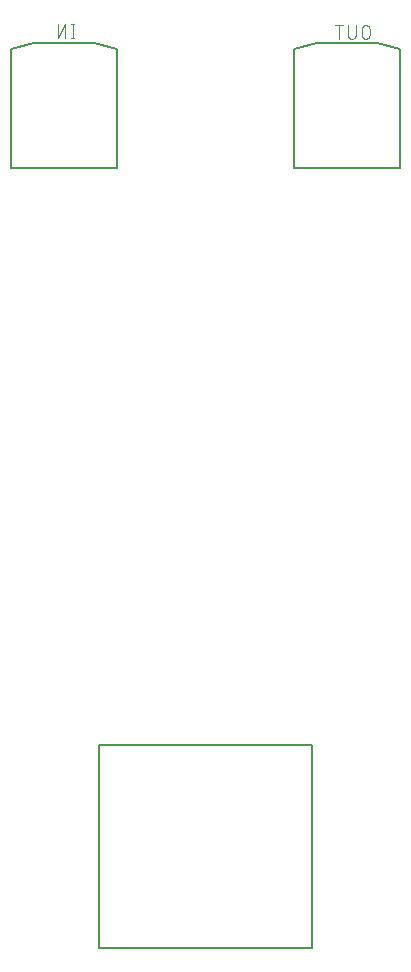
<source format=gbr>
G04 EAGLE Gerber RS-274X export*
G75*
%MOMM*%
%FSLAX34Y34*%
%LPD*%
%INSilkscreen Bottom*%
%IPPOS*%
%AMOC8*
5,1,8,0,0,1.08239X$1,22.5*%
G01*
%ADD10C,0.152400*%
%ADD11C,0.127000*%
%ADD12C,0.101600*%


D10*
X280000Y206000D02*
X100000Y206000D01*
X100000Y34000D01*
X280000Y34000D01*
X280000Y206000D01*
D11*
X115000Y694000D02*
X115000Y795000D01*
X95400Y800000D01*
X44600Y800000D01*
X25000Y795000D01*
X25000Y694000D01*
X115000Y694000D01*
D12*
X77644Y804658D02*
X77644Y816342D01*
X78942Y804658D02*
X76346Y804658D01*
X76346Y816342D02*
X78942Y816342D01*
X71364Y816342D02*
X71364Y804658D01*
X64873Y804658D02*
X71364Y816342D01*
X64873Y816342D02*
X64873Y804658D01*
D11*
X355000Y795000D02*
X355000Y694000D01*
X355000Y795000D02*
X335400Y800000D01*
X284600Y800000D01*
X265000Y795000D01*
X265000Y694000D01*
X355000Y694000D01*
D12*
X328942Y806904D02*
X328942Y812096D01*
X328940Y812209D01*
X328934Y812322D01*
X328924Y812435D01*
X328910Y812548D01*
X328893Y812660D01*
X328871Y812771D01*
X328846Y812881D01*
X328816Y812991D01*
X328783Y813099D01*
X328746Y813206D01*
X328706Y813312D01*
X328661Y813416D01*
X328613Y813519D01*
X328562Y813620D01*
X328507Y813719D01*
X328449Y813816D01*
X328387Y813911D01*
X328322Y814004D01*
X328254Y814094D01*
X328183Y814182D01*
X328108Y814268D01*
X328031Y814351D01*
X327951Y814431D01*
X327868Y814508D01*
X327782Y814583D01*
X327694Y814654D01*
X327604Y814722D01*
X327511Y814787D01*
X327416Y814849D01*
X327319Y814907D01*
X327220Y814962D01*
X327119Y815013D01*
X327016Y815061D01*
X326912Y815106D01*
X326806Y815146D01*
X326699Y815183D01*
X326591Y815216D01*
X326481Y815246D01*
X326371Y815271D01*
X326260Y815293D01*
X326148Y815310D01*
X326035Y815324D01*
X325922Y815334D01*
X325809Y815340D01*
X325696Y815342D01*
X325583Y815340D01*
X325470Y815334D01*
X325357Y815324D01*
X325244Y815310D01*
X325132Y815293D01*
X325021Y815271D01*
X324911Y815246D01*
X324801Y815216D01*
X324693Y815183D01*
X324586Y815146D01*
X324480Y815106D01*
X324376Y815061D01*
X324273Y815013D01*
X324172Y814962D01*
X324073Y814907D01*
X323976Y814849D01*
X323881Y814787D01*
X323788Y814722D01*
X323698Y814654D01*
X323610Y814583D01*
X323524Y814508D01*
X323441Y814431D01*
X323361Y814351D01*
X323284Y814268D01*
X323209Y814182D01*
X323138Y814094D01*
X323070Y814004D01*
X323005Y813911D01*
X322943Y813816D01*
X322885Y813719D01*
X322830Y813620D01*
X322779Y813519D01*
X322731Y813416D01*
X322686Y813312D01*
X322646Y813206D01*
X322609Y813099D01*
X322576Y812991D01*
X322546Y812881D01*
X322521Y812771D01*
X322499Y812660D01*
X322482Y812548D01*
X322468Y812435D01*
X322458Y812322D01*
X322452Y812209D01*
X322450Y812096D01*
X322451Y812096D02*
X322451Y806904D01*
X322450Y806904D02*
X322452Y806791D01*
X322458Y806678D01*
X322468Y806565D01*
X322482Y806452D01*
X322499Y806340D01*
X322521Y806229D01*
X322546Y806119D01*
X322576Y806009D01*
X322609Y805901D01*
X322646Y805794D01*
X322686Y805688D01*
X322731Y805584D01*
X322779Y805481D01*
X322830Y805380D01*
X322885Y805281D01*
X322943Y805184D01*
X323005Y805089D01*
X323070Y804996D01*
X323138Y804906D01*
X323209Y804818D01*
X323284Y804732D01*
X323361Y804649D01*
X323441Y804569D01*
X323524Y804492D01*
X323610Y804417D01*
X323698Y804346D01*
X323788Y804278D01*
X323881Y804213D01*
X323976Y804151D01*
X324073Y804093D01*
X324172Y804038D01*
X324273Y803987D01*
X324376Y803939D01*
X324480Y803894D01*
X324586Y803854D01*
X324693Y803817D01*
X324801Y803784D01*
X324911Y803754D01*
X325021Y803729D01*
X325132Y803707D01*
X325244Y803690D01*
X325357Y803676D01*
X325470Y803666D01*
X325583Y803660D01*
X325696Y803658D01*
X325809Y803660D01*
X325922Y803666D01*
X326035Y803676D01*
X326148Y803690D01*
X326260Y803707D01*
X326371Y803729D01*
X326481Y803754D01*
X326591Y803784D01*
X326699Y803817D01*
X326806Y803854D01*
X326912Y803894D01*
X327016Y803939D01*
X327119Y803987D01*
X327220Y804038D01*
X327319Y804093D01*
X327416Y804151D01*
X327511Y804213D01*
X327604Y804278D01*
X327694Y804346D01*
X327782Y804417D01*
X327868Y804492D01*
X327951Y804569D01*
X328031Y804649D01*
X328108Y804732D01*
X328183Y804818D01*
X328254Y804906D01*
X328322Y804996D01*
X328387Y805089D01*
X328449Y805184D01*
X328507Y805281D01*
X328562Y805380D01*
X328613Y805481D01*
X328661Y805584D01*
X328706Y805688D01*
X328746Y805794D01*
X328783Y805901D01*
X328816Y806009D01*
X328846Y806119D01*
X328871Y806229D01*
X328893Y806340D01*
X328910Y806452D01*
X328924Y806565D01*
X328934Y806678D01*
X328940Y806791D01*
X328942Y806904D01*
X317131Y806904D02*
X317131Y815342D01*
X317131Y806904D02*
X317129Y806791D01*
X317123Y806678D01*
X317113Y806565D01*
X317099Y806452D01*
X317082Y806340D01*
X317060Y806229D01*
X317035Y806119D01*
X317005Y806009D01*
X316972Y805901D01*
X316935Y805794D01*
X316895Y805688D01*
X316850Y805584D01*
X316802Y805481D01*
X316751Y805380D01*
X316696Y805281D01*
X316638Y805184D01*
X316576Y805089D01*
X316511Y804996D01*
X316443Y804906D01*
X316372Y804818D01*
X316297Y804732D01*
X316220Y804649D01*
X316140Y804569D01*
X316057Y804492D01*
X315971Y804417D01*
X315883Y804346D01*
X315793Y804278D01*
X315700Y804213D01*
X315605Y804151D01*
X315508Y804093D01*
X315409Y804038D01*
X315308Y803987D01*
X315205Y803939D01*
X315101Y803894D01*
X314995Y803854D01*
X314888Y803817D01*
X314780Y803784D01*
X314670Y803754D01*
X314560Y803729D01*
X314449Y803707D01*
X314337Y803690D01*
X314224Y803676D01*
X314111Y803666D01*
X313998Y803660D01*
X313885Y803658D01*
X313772Y803660D01*
X313659Y803666D01*
X313546Y803676D01*
X313433Y803690D01*
X313321Y803707D01*
X313210Y803729D01*
X313100Y803754D01*
X312990Y803784D01*
X312882Y803817D01*
X312775Y803854D01*
X312669Y803894D01*
X312565Y803939D01*
X312462Y803987D01*
X312361Y804038D01*
X312262Y804093D01*
X312165Y804151D01*
X312070Y804213D01*
X311977Y804278D01*
X311887Y804346D01*
X311799Y804417D01*
X311713Y804492D01*
X311630Y804569D01*
X311550Y804649D01*
X311473Y804732D01*
X311398Y804818D01*
X311327Y804906D01*
X311259Y804996D01*
X311194Y805089D01*
X311132Y805184D01*
X311074Y805281D01*
X311019Y805380D01*
X310968Y805481D01*
X310920Y805584D01*
X310875Y805688D01*
X310835Y805794D01*
X310798Y805901D01*
X310765Y806009D01*
X310735Y806119D01*
X310710Y806229D01*
X310688Y806340D01*
X310671Y806452D01*
X310657Y806565D01*
X310647Y806678D01*
X310641Y806791D01*
X310639Y806904D01*
X310640Y806904D02*
X310640Y815342D01*
X302837Y815342D02*
X302837Y803658D01*
X306082Y815342D02*
X299591Y815342D01*
M02*

</source>
